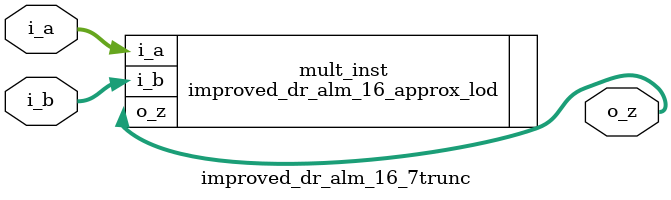
<source format=sv>
module improved_dr_alm_16_7trunc (
    input  logic signed [15:0] i_a,
    input  logic signed [15:0] i_b,
    output logic signed [31:0] o_z
);
    // Instantiate improved_dr_alm_16 with M_WIDTH = 7
    improved_dr_alm_16_approx_lod #(
        .M_WIDTH(7)
    ) mult_inst (
        .i_a(i_a),
        .i_b(i_b),
        .o_z(o_z)
    );
endmodule
</source>
